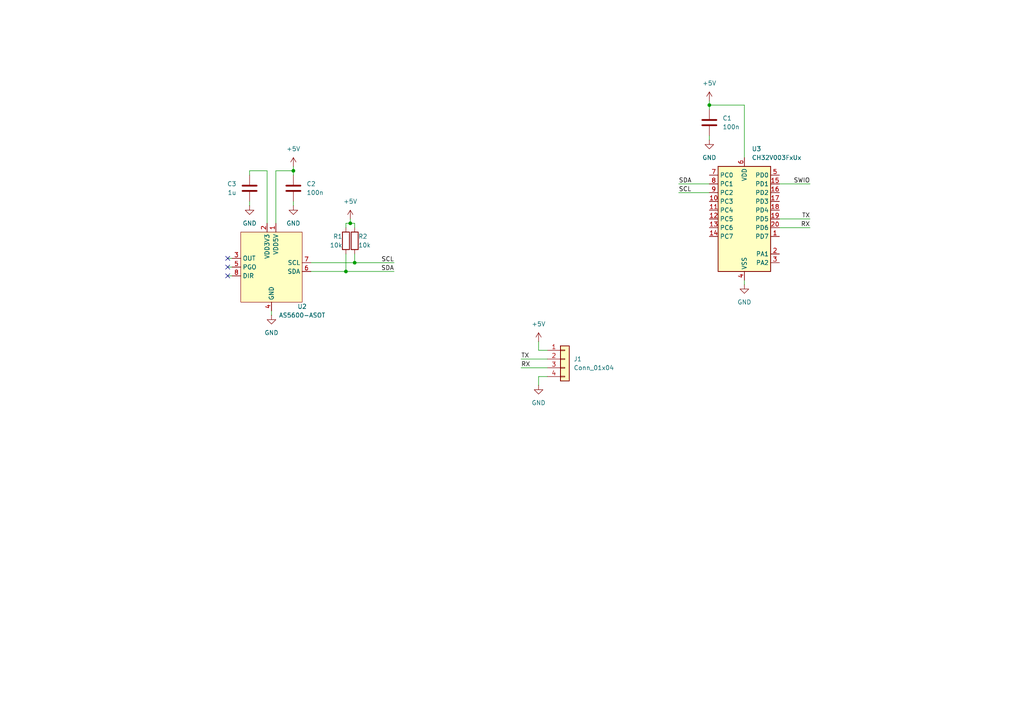
<source format=kicad_sch>
(kicad_sch (version 20250114) (generator "eeschema") (generator_version "9.0")
  (paper "A4")
  (lib_symbols
    (symbol "Connector_Generic:Conn_01x04" (pin_names (offset 1.016) (hide yes))
      (property "Reference" "J" (at 0 5.08 0))
      (property "Value" "Conn_01x04" (at 0 -7.62 0))
      (symbol "Conn_01x04_1_1"
        (rectangle (start -1.27 3.81) (end 1.27 -6.35) (stroke (width 0.254)) (fill (type background)))
        (rectangle (start -1.27 2.667) (end 0 2.413) (stroke (width 0.1524)))
        (rectangle (start -1.27 0.127) (end 0 -0.127) (stroke (width 0.1524)))
        (rectangle (start -1.27 -2.413) (end 0 -2.667) (stroke (width 0.1524)))
        (rectangle (start -1.27 -4.953) (end 0 -5.207) (stroke (width 0.1524)))
        (pin passive line (at -5.08 2.54 0) (length 3.81) (name "Pin_1") (number "1"))
        (pin passive line (at -5.08 0 0) (length 3.81) (name "Pin_2") (number "2"))
        (pin passive line (at -5.08 -2.54 0) (length 3.81) (name "Pin_3") (number "3"))
        (pin passive line (at -5.08 -5.08 0) (length 3.81) (name "Pin_4") (number "4"))
      )
    )
    (symbol "Device:C" (pin_numbers (hide yes)) (pin_names (offset 0.254))
      (property "Reference" "C" (at 0.635 2.54 0))
      (property "Value" "C" (at 0.635 -2.54 0))
      (symbol "C_0_1"
        (polyline (pts (xy -2.032 0.762) (xy 2.032 0.762)) (stroke (width 0.508)))
        (polyline (pts (xy -2.032 -0.762) (xy 2.032 -0.762)) (stroke (width 0.508)))
      )
      (symbol "C_1_1"
        (pin passive line (at 0 3.81 270) (length 2.794) (name "~") (number "1"))
        (pin passive line (at 0 -3.81 90) (length 2.794) (name "~") (number "2"))
      )
    )
    (symbol "Device:R" (pin_numbers (hide yes)) (pin_names (offset 0))
      (property "Reference" "R" (at 2.032 0 90))
      (property "Value" "R" (at 0 0 90))
      (symbol "R_0_1"
        (rectangle (start -1.016 -2.54) (end 1.016 2.54) (stroke (width 0.254)))
      )
      (symbol "R_1_1"
        (pin passive line (at 0 3.81 270) (length 1.27) (name "~") (number "1"))
        (pin passive line (at 0 -3.81 90) (length 1.27) (name "~") (number "2"))
      )
    )
    (symbol "LCSC:AS5600-ASOT"
      (property "Reference" "U" (at 9.144 13.208 0))
      (property "Value" "AS5600-ASOT" (at 9.144 11.43 0))
      (symbol "AS5600-ASOT_0_1"
        (rectangle (start -8.89 10.16) (end 8.89 -10.16) (fill (type background)))
        (pin unspecified line (at -11.43 2.54 0) (length 2.54) (name "OUT") (number "3"))
        (pin unspecified line (at -11.43 0 0) (length 2.54) (name "PGO") (number "5"))
        (pin unspecified line (at -11.43 -2.54 0) (length 2.54) (name "DIR") (number "8"))
        (pin unspecified line (at -1.27 12.7 270) (length 2.54) (name "VDD3V3") (number "2"))
        (pin unspecified line (at 0 -12.7 90) (length 2.54) (name "GND") (number "4"))
        (pin unspecified line (at 1.27 12.7 270) (length 2.54) (name "VDD5V") (number "1"))
        (pin unspecified line (at 11.43 1.27 180) (length 2.54) (name "SCL") (number "7"))
        (pin unspecified line (at 11.43 -1.27 180) (length 2.54) (name "SDA") (number "6"))
      )
    )
    (symbol "MCU_WCH_RiscV:CH32V003FxUx"
      (property "Reference" "U" (at -7.62 17.78 0))
      (property "Value" "CH32V003FxUx" (at 7.62 17.78 0))
      (symbol "CH32V003FxUx_1_1"
        (rectangle (start -7.62 15.24) (end 7.62 -15.24) (stroke (width 0.254)) (fill (type background)))
        (pin bidirectional line (at -10.16 12.7 0) (length 2.54) (name "PC0") (number "7"))
        (pin bidirectional line (at -10.16 10.16 0) (length 2.54) (name "PC1") (number "8"))
        (pin bidirectional line (at -10.16 7.62 0) (length 2.54) (name "PC2") (number "9"))
        (pin bidirectional line (at -10.16 5.08 0) (length 2.54) (name "PC3") (number "10"))
        (pin bidirectional line (at -10.16 2.54 0) (length 2.54) (name "PC4") (number "11"))
        (pin bidirectional line (at -10.16 0 0) (length 2.54) (name "PC5") (number "12"))
        (pin bidirectional line (at -10.16 -2.54 0) (length 2.54) (name "PC6") (number "13"))
        (pin bidirectional line (at -10.16 -5.08 0) (length 2.54) (name "PC7") (number "14"))
        (pin power_in line (at 0 17.78 270) (length 2.54) (name "VDD") (number "6"))
        (pin passive line (at 0 -17.78 90) (length 2.54) (hide yes) (name "VSS") (number "21"))
        (pin power_in line (at 0 -17.78 90) (length 2.54) (name "VSS") (number "4"))
        (pin bidirectional line (at 10.16 12.7 180) (length 2.54) (name "PD0") (number "5"))
        (pin bidirectional line (at 10.16 10.16 180) (length 2.54) (name "PD1") (number "15"))
        (pin bidirectional line (at 10.16 7.62 180) (length 2.54) (name "PD2") (number "16"))
        (pin bidirectional line (at 10.16 5.08 180) (length 2.54) (name "PD3") (number "17"))
        (pin bidirectional line (at 10.16 2.54 180) (length 2.54) (name "PD4") (number "18"))
        (pin bidirectional line (at 10.16 0 180) (length 2.54) (name "PD5") (number "19"))
        (pin bidirectional line (at 10.16 -2.54 180) (length 2.54) (name "PD6") (number "20"))
        (pin bidirectional line (at 10.16 -5.08 180) (length 2.54) (name "PD7") (number "1"))
        (pin bidirectional line (at 10.16 -10.16 180) (length 2.54) (name "PA1") (number "2"))
        (pin bidirectional line (at 10.16 -12.7 180) (length 2.54) (name "PA2") (number "3"))
      )
    )
    (symbol "power:+5V" (power) (pin_numbers (hide yes)) (pin_names (offset 0) (hide yes))
      (property "Value" "+5V" (at 0 3.556 0))
      (symbol "+5V_0_1"
        (polyline (pts (xy -0.762 1.27) (xy 0 2.54)))
        (polyline (pts (xy 0 2.54) (xy 0.762 1.27)))
        (polyline (pts (xy 0 0) (xy 0 2.54)))
      )
      (symbol "+5V_1_1"
        (pin power_in line (at 0 0 90) (length 0) (name "~") (number "1"))
      )
    )
    (symbol "power:GND" (power) (pin_numbers (hide yes)) (pin_names (offset 0) (hide yes))
      (property "Value" "GND" (at 0 -3.81 0))
      (symbol "GND_0_1"
        (polyline (pts (xy 0 0) (xy 0 -1.27) (xy 1.27 -1.27) (xy 0 -2.54) (xy -1.27 -1.27) (xy 0 -1.27)))
      )
      (symbol "GND_1_1"
        (pin power_in line (at 0 0 270) (length 0) (name "~") (number "1"))
      )
    )
  )
  (junction (at 205.74 30.48))
  (junction (at 102.87 76.2))
  (junction (at 100.33 78.74))
  (junction (at 85.09 49.53))
  (junction (at 101.6 64.77))
  (no_connect (at 66.04 74.93))
  (no_connect (at 66.04 77.47))
  (no_connect (at 66.04 80.01))
  (wire (pts (xy 151.13 106.68) (xy 158.75 106.68)))
  (wire (pts (xy 205.74 39.37) (xy 205.74 40.64)))
  (wire (pts (xy 80.01 49.53) (xy 80.01 64.77)))
  (wire (pts (xy 102.87 64.77) (xy 102.87 66.04)))
  (wire (pts (xy 102.87 76.2) (xy 114.3 76.2)))
  (wire (pts (xy 66.04 80.01) (xy 67.31 80.01)))
  (wire (pts (xy 215.9 45.72) (xy 215.9 30.48)))
  (wire (pts (xy 100.33 66.04) (xy 100.33 64.77)))
  (wire (pts (xy 215.9 81.28) (xy 215.9 82.55)))
  (wire (pts (xy 85.09 48.26) (xy 85.09 49.53)))
  (wire (pts (xy 90.17 78.74) (xy 100.33 78.74)))
  (wire (pts (xy 77.47 49.53) (xy 72.39 49.53)))
  (wire (pts (xy 226.06 63.5) (xy 234.95 63.5)))
  (wire (pts (xy 156.21 99.06) (xy 156.21 101.6)))
  (wire (pts (xy 156.21 109.22) (xy 156.21 111.76)))
  (wire (pts (xy 226.06 53.34) (xy 234.95 53.34)))
  (wire (pts (xy 205.74 29.21) (xy 205.74 30.48)))
  (wire (pts (xy 72.39 58.42) (xy 72.39 59.69)))
  (wire (pts (xy 101.6 64.77) (xy 102.87 64.77)))
  (wire (pts (xy 196.85 53.34) (xy 205.74 53.34)))
  (wire (pts (xy 100.33 78.74) (xy 100.33 73.66)))
  (wire (pts (xy 66.04 77.47) (xy 67.31 77.47)))
  (wire (pts (xy 100.33 78.74) (xy 114.3 78.74)))
  (wire (pts (xy 196.85 55.88) (xy 205.74 55.88)))
  (wire (pts (xy 78.74 90.17) (xy 78.74 91.44)))
  (wire (pts (xy 100.33 64.77) (xy 101.6 64.77)))
  (wire (pts (xy 101.6 63.5) (xy 101.6 64.77)))
  (wire (pts (xy 151.13 104.14) (xy 158.75 104.14)))
  (wire (pts (xy 85.09 58.42) (xy 85.09 59.69)))
  (wire (pts (xy 66.04 74.93) (xy 67.31 74.93)))
  (wire (pts (xy 72.39 49.53) (xy 72.39 50.8)))
  (wire (pts (xy 205.74 30.48) (xy 205.74 31.75)))
  (wire (pts (xy 80.01 49.53) (xy 85.09 49.53)))
  (wire (pts (xy 156.21 109.22) (xy 158.75 109.22)))
  (wire (pts (xy 226.06 66.04) (xy 234.95 66.04)))
  (wire (pts (xy 85.09 49.53) (xy 85.09 50.8)))
  (wire (pts (xy 77.47 49.53) (xy 77.47 64.77)))
  (wire (pts (xy 156.21 101.6) (xy 158.75 101.6)))
  (wire (pts (xy 90.17 76.2) (xy 102.87 76.2)))
  (wire (pts (xy 215.9 30.48) (xy 205.74 30.48)))
  (wire (pts (xy 102.87 76.2) (xy 102.87 73.66)))
  (label "TX" (at 151.13 104.14 0))
  (label "RX" (at 151.13 106.68 0))
  (label "SCL" (at 196.85 55.88 0))
  (label "SDA" (at 114.3 78.74 180))
  (label "SCL" (at 114.3 76.2 180))
  (label "RX" (at 234.95 66.04 180))
  (label "TX" (at 234.95 63.5 180))
  (label "SDA" (at 196.85 53.34 0))
  (label "SWIO" (at 234.95 53.34 180))
  (symbol (lib_id "Connector_Generic:Conn_01x04") (at 163.83 104.14 0) (unit 1)
    (property "Reference" "J1" (at 166.37 104.1399 0) (effects (justify left)))
    (property "Value" "Conn_01x04" (at 166.37 106.6799 0) (effects (justify left)))
    (property "Description" "Generic connector, single row, 01x04, script generated (kicad-library-utils/schlib/autogen/connector/)" (effects (hide yes)))
  )
  (symbol (lib_id "Device:C") (at 85.09 54.61 0) (unit 1)
    (property "Reference" "C2" (at 88.9 53.3399 0) (effects (justify left)))
    (property "Value" "100n" (at 88.9 55.8799 0) (effects (justify left)))
    (property "Description" "Unpolarized capacitor" (effects (hide yes)))
  )
  (symbol (lib_id "MCU_WCH_RiscV:CH32V003FxUx") (at 215.9 63.5 0) (unit 1)
    (property "Reference" "U3" (at 218.0433 43.18 0) (effects (justify left)))
    (property "Value" "CH32V003FxUx" (at 218.0433 45.72 0) (effects (justify left)))
    (property "Footprint" "Package_DFN_QFN:QFN-20-1EP_3x3mm_P0.4mm_EP1.65x1.65mm" (effects (hide yes)))
    (property "Datasheet" "https://www.wch-ic.com/products/CH32V003.html" (effects (hide yes)))
    (property "Description" "CH32V003 series are industrial-grade general-purpose microcontrollers designed based on 32-bit RISC-V instruction set and architecture. It adopts QingKe V2A core, RV32EC instruction set, and supports 2 levels of interrupt nesting. The series are mounted with rich peripheral interfaces and function modules. Its internal organizational structure meets the low-cost and low-power embedded application scenarios." (effects (hide yes)))
  )
  (symbol (lib_id "Device:R") (at 100.33 69.85 0) (mirror y) (unit 1)
    (property "Reference" "R1" (at 99.314 68.58 0) (effects (justify left)))
    (property "Value" "10k" (at 99.314 71.12 0) (effects (justify left)))
    (property "Description" "Resistor" (effects (hide yes)))
  )
  (symbol (lib_id "power:GND") (at 72.39 59.69 0) (unit 1)
    (property "Reference" "#PWR07" (effects (hide yes)))
    (property "Value" "GND" (at 72.39 64.77 0))
    (property "Description" "Power symbol creates a global label with name \"GND\" , ground" (effects (hide yes)))
  )
  (symbol (lib_id "Device:C") (at 72.39 54.61 0) (mirror y) (unit 1)
    (property "Reference" "C3" (at 68.58 53.3399 0) (effects (justify left)))
    (property "Value" "1u" (at 68.58 55.8799 0) (effects (justify left)))
    (property "Description" "Unpolarized capacitor" (effects (hide yes)))
  )
  (symbol (lib_id "power:+5V") (at 205.74 29.21 0) (unit 1)
    (property "Reference" "#PWR02" (effects (hide yes)))
    (property "Value" "+5V" (at 205.74 24.13 0))
    (property "Description" "Power symbol creates a global label with name \"+5V\"" (effects (hide yes)))
  )
  (symbol (lib_id "power:GND") (at 85.09 59.69 0) (unit 1)
    (property "Reference" "#PWR05" (effects (hide yes)))
    (property "Value" "GND" (at 85.09 64.77 0))
    (property "Description" "Power symbol creates a global label with name \"GND\" , ground" (effects (hide yes)))
  )
  (symbol (lib_id "power:GND") (at 156.21 111.76 0) (unit 1)
    (property "Reference" "#PWR010" (effects (hide yes)))
    (property "Value" "GND" (at 156.21 116.84 0))
    (property "Description" "Power symbol creates a global label with name \"GND\" , ground" (effects (hide yes)))
  )
  (symbol (lib_id "power:+5V") (at 101.6 63.5 0) (unit 1)
    (property "Reference" "#PWR08" (effects (hide yes)))
    (property "Value" "+5V" (at 101.6 58.42 0))
    (property "Description" "Power symbol creates a global label with name \"+5V\"" (effects (hide yes)))
  )
  (symbol (lib_id "power:+5V") (at 85.09 48.26 0) (unit 1)
    (property "Reference" "#PWR04" (effects (hide yes)))
    (property "Value" "+5V" (at 85.09 43.18 0))
    (property "Description" "Power symbol creates a global label with name \"+5V\"" (effects (hide yes)))
  )
  (symbol (lib_id "Device:R") (at 102.87 69.85 0) (unit 1)
    (property "Reference" "R2" (at 103.886 68.58 0) (effects (justify left)))
    (property "Value" "10k" (at 103.886 71.12 0) (effects (justify left)))
    (property "Description" "Resistor" (effects (hide yes)))
  )
  (symbol (lib_id "LCSC:AS5600-ASOT") (at 78.74 77.47 0) (unit 1)
    (property "Reference" "U2" (at 87.63 88.9 0))
    (property "Value" "AS5600-ASOT" (at 87.63 91.44 0))
    (property "Footprint" "lcsc:SOIC-8_L5.0-W4.0-P1.27-LS6.0-BL" (effects (hide yes)))
    (property "Datasheet" "https://lcsc.com/product-detail/New-Arrivals_Advanced-Monolithic-Systems-AMS-AS5600-ASOT_C499458.html" (effects (hide yes)))
    (property "LCSC Part" "C499458" (effects (hide yes)))
  )
  (symbol (lib_id "Device:C") (at 205.74 35.56 0) (unit 1)
    (property "Reference" "C1" (at 209.55 34.2899 0) (effects (justify left)))
    (property "Value" "100n" (at 209.55 36.8299 0) (effects (justify left)))
    (property "Description" "Unpolarized capacitor" (effects (hide yes)))
  )
  (symbol (lib_id "power:GND") (at 215.9 82.55 0) (unit 1)
    (property "Reference" "#PWR03" (effects (hide yes)))
    (property "Value" "GND" (at 215.9 87.63 0))
    (property "Description" "Power symbol creates a global label with name \"GND\" , ground" (effects (hide yes)))
  )
  (symbol (lib_id "power:GND") (at 205.74 40.64 0) (unit 1)
    (property "Reference" "#PWR01" (effects (hide yes)))
    (property "Value" "GND" (at 205.74 45.72 0))
    (property "Description" "Power symbol creates a global label with name \"GND\" , ground" (effects (hide yes)))
  )
  (symbol (lib_id "power:+5V") (at 156.21 99.06 0) (unit 1)
    (property "Reference" "#PWR09" (effects (hide yes)))
    (property "Value" "+5V" (at 156.21 93.98 0))
    (property "Description" "Power symbol creates a global label with name \"+5V\"" (effects (hide yes)))
  )
  (symbol (lib_id "power:GND") (at 78.74 91.44 0) (unit 1)
    (property "Reference" "#PWR06" (effects (hide yes)))
    (property "Value" "GND" (at 78.74 96.52 0))
    (property "Description" "Power symbol creates a global label with name \"GND\" , ground" (effects (hide yes)))
  )
)
</source>
